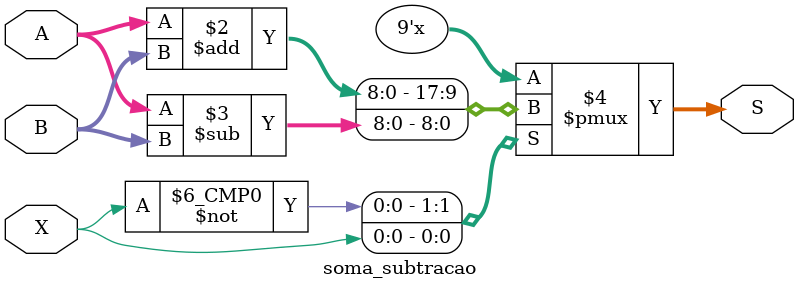
<source format=sv>
module soma_subtracao (input X, input [7:0] A, B, output logic [8:0] S);

always_comb begin 
	
	case(X)
		1'b0: S = A+B;
		1'b1: S = A-B;
	endcase
end
	
endmodule 
</source>
